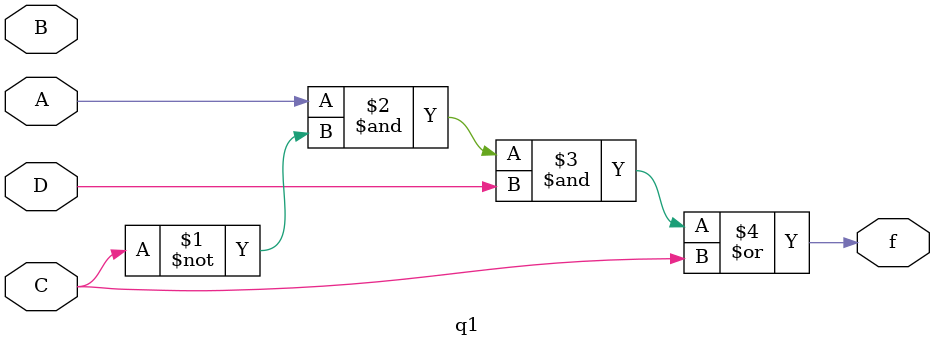
<source format=v>
module q1(A,B,C,D,f);
input A,B,C,D;
output f;
assign f=(A&~C&D)|C;
endmodule

</source>
